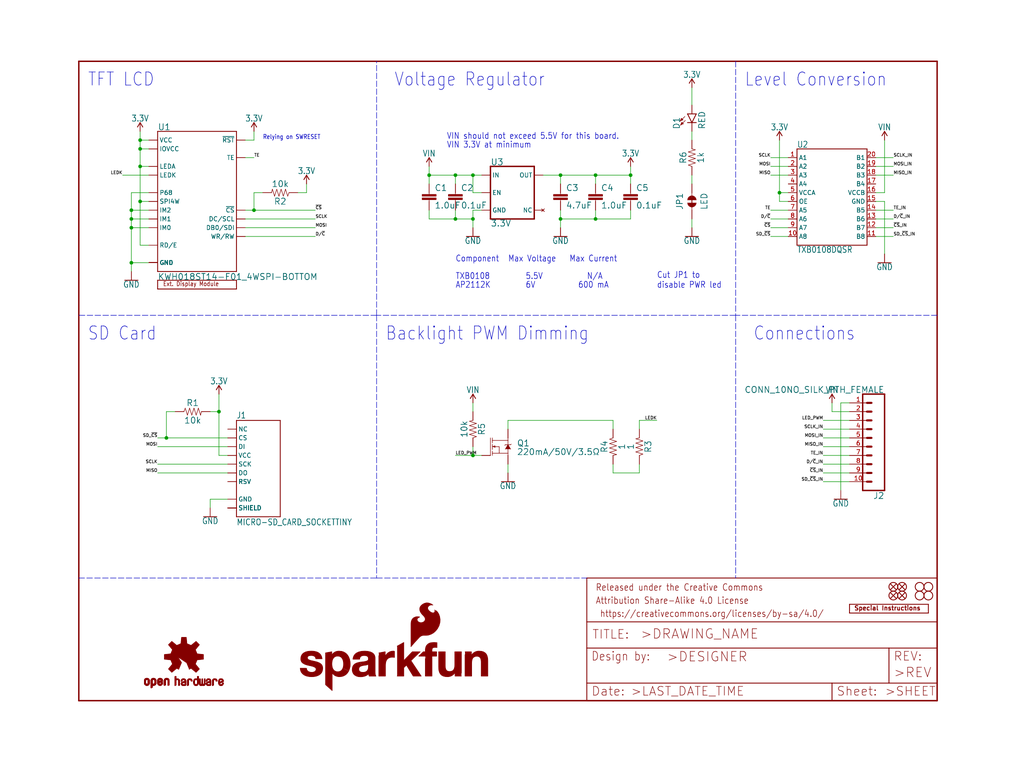
<source format=kicad_sch>
(kicad_sch (version 20211123) (generator eeschema)
  (paper "User" 297.002 223.926)
  (lib_symbols
    (symbol "schematicEagle-eagle-import:0.1UF-0603-100V-10%"
      (property "Reference" "C" (at 1.524 2.921 0))
      (property "Value" "0.1UF-0603-100V-10%" (at 1.524 -2.159 0))
      (symbol "0.1UF-0603-100V-10%_1_0"
        (pin passive line (at 0 5.08 270) (length 2.54) (name "1") (number "1"))
        (pin passive line (at 0 -2.54 90) (length 2.54) (name "2") (number "2"))
      )
    )
    (symbol "schematicEagle-eagle-import:1.0UF-0603-16V-10%"
      (property "Reference" "C" (at 1.524 2.921 0))
      (property "Value" "1.0UF-0603-16V-10%" (at 1.524 -2.159 0))
      (symbol "1.0UF-0603-16V-10%_1_0"
        (pin passive line (at 0 5.08 270) (length 2.54) (name "1") (number "1"))
        (pin passive line (at 0 -2.54 90) (length 2.54) (name "2") (number "2"))
      )
    )
    (symbol "schematicEagle-eagle-import:10KOHM-0603-1{slash}10W-1%"
      (property "Reference" "R" (at 0 1.524 0))
      (property "Value" "10KOHM-0603-1{slash}10W-1%" (at 0 -1.524 0))
      (symbol "10KOHM-0603-1{slash}10W-1%_1_0"
        (pin passive line (at -5.08 0 0) (length 2.54) (name "1") (number "1"))
        (pin passive line (at 5.08 0 180) (length 2.54) (name "2") (number "2"))
      )
    )
    (symbol "schematicEagle-eagle-import:1KOHM-0603-1{slash}10W-1%"
      (property "Reference" "R" (at 0 1.524 0))
      (property "Value" "1KOHM-0603-1{slash}10W-1%" (at 0 -1.524 0))
      (symbol "1KOHM-0603-1{slash}10W-1%_1_0"
        (pin passive line (at -5.08 0 0) (length 2.54) (name "1") (number "1"))
        (pin passive line (at 5.08 0 180) (length 2.54) (name "2") (number "2"))
      )
    )
    (symbol "schematicEagle-eagle-import:1OHM-0603-1{slash}10W-1%"
      (property "Reference" "R" (at 0 1.524 0))
      (property "Value" "1OHM-0603-1{slash}10W-1%" (at 0 -1.524 0))
      (symbol "1OHM-0603-1{slash}10W-1%_1_0"
        (pin passive line (at -5.08 0 0) (length 2.54) (name "1") (number "1"))
        (pin passive line (at 5.08 0 180) (length 2.54) (name "2") (number "2"))
      )
    )
    (symbol "schematicEagle-eagle-import:3.3V" (power)
      (property "Value" "3.3V" (at 0 2.794 0))
      (symbol "3.3V_1_0"
        (pin power_in line (at 0 0 90) (length 2.54) (name "3.3V") (number "1"))
      )
    )
    (symbol "schematicEagle-eagle-import:4.7UF-0603-6.3V-(10%)"
      (property "Reference" "C" (at 1.524 2.921 0))
      (property "Value" "4.7UF-0603-6.3V-(10%)" (at 1.524 -2.159 0))
      (symbol "4.7UF-0603-6.3V-(10%)_1_0"
        (pin passive line (at 0 5.08 270) (length 2.54) (name "1") (number "1"))
        (pin passive line (at 0 -2.54 90) (length 2.54) (name "2") (number "2"))
      )
    )
    (symbol "schematicEagle-eagle-import:CONN_10NO_SILK_PTH_FEMALE"
      (property "Reference" "J" (at 0 8.128 0))
      (property "Value" "CONN_10NO_SILK_PTH_FEMALE" (at 0 -22.606 0))
      (symbol "CONN_10NO_SILK_PTH_FEMALE_1_0"
        (pin passive line (at 10.16 -17.78 180) (length 5.08) (name "1") (number "1"))
        (pin passive line (at 10.16 5.08 180) (length 5.08) (name "10") (number "10"))
        (pin passive line (at 10.16 -15.24 180) (length 5.08) (name "2") (number "2"))
        (pin passive line (at 10.16 -12.7 180) (length 5.08) (name "3") (number "3"))
        (pin passive line (at 10.16 -10.16 180) (length 5.08) (name "4") (number "4"))
        (pin passive line (at 10.16 -7.62 180) (length 5.08) (name "5") (number "5"))
        (pin passive line (at 10.16 -5.08 180) (length 5.08) (name "6") (number "6"))
        (pin passive line (at 10.16 -2.54 180) (length 5.08) (name "7") (number "7"))
        (pin passive line (at 10.16 0 180) (length 5.08) (name "8") (number "8"))
        (pin passive line (at 10.16 2.54 180) (length 5.08) (name "9") (number "9"))
      )
    )
    (symbol "schematicEagle-eagle-import:EXTERNAL_DISP-KWH018ST14-F01"
      (symbol "EXTERNAL_DISP-KWH018ST14-F01_1_0"
        (text "Ext. Display Module" (at -13.716 0.762 0) (effects (font (size 1.27 1.0795)) (justify left bottom)))
      )
    )
    (symbol "schematicEagle-eagle-import:FIDUCIAL1X2")
    (symbol "schematicEagle-eagle-import:FRAME-LETTER"
      (symbol "FRAME-LETTER_2_0"
        (text " https://creativecommons.org/licenses/by-sa/4.0/" (at 2.54 24.13 0) (effects (font (size 1.9304 1.6408)) (justify left bottom)))
        (text ">DESIGNER" (at 23.114 11.176 0) (effects (font (size 2.7432 2.7432)) (justify left bottom)))
        (text ">DRAWING_NAME" (at 15.494 17.78 0) (effects (font (size 2.7432 2.7432)) (justify left bottom)))
        (text ">LAST_DATE_TIME" (at 12.7 1.27 0) (effects (font (size 2.54 2.54)) (justify left bottom)))
        (text ">REV" (at 88.9 6.604 0) (effects (font (size 2.7432 2.7432)) (justify left bottom)))
        (text ">SHEET" (at 86.36 1.27 0) (effects (font (size 2.54 2.54)) (justify left bottom)))
        (text "Attribution Share-Alike 4.0 License" (at 2.54 27.94 0) (effects (font (size 1.9304 1.6408)) (justify left bottom)))
        (text "Date:" (at 1.27 1.27 0) (effects (font (size 2.54 2.54)) (justify left bottom)))
        (text "Design by:" (at 1.27 11.43 0) (effects (font (size 2.54 2.159)) (justify left bottom)))
        (text "Released under the Creative Commons" (at 2.54 31.75 0) (effects (font (size 1.9304 1.6408)) (justify left bottom)))
        (text "REV:" (at 88.9 11.43 0) (effects (font (size 2.54 2.54)) (justify left bottom)))
        (text "Sheet:" (at 72.39 1.27 0) (effects (font (size 2.54 2.54)) (justify left bottom)))
        (text "TITLE:" (at 1.524 17.78 0) (effects (font (size 2.54 2.54)) (justify left bottom)))
      )
    )
    (symbol "schematicEagle-eagle-import:GND" (power)
      (property "Value" "GND" (at 0 -0.254 0))
      (symbol "GND_1_0"
        (pin power_in line (at 0 2.54 270) (length 2.54) (name "GND") (number "1"))
      )
    )
    (symbol "schematicEagle-eagle-import:JUMPER-SMT_2_NC_TRACE_SILK"
      (property "Reference" "JP" (at -2.54 2.54 0))
      (property "Value" "JUMPER-SMT_2_NC_TRACE_SILK" (at -2.54 -2.54 0))
      (symbol "JUMPER-SMT_2_NC_TRACE_SILK_1_0"
        (pin passive line (at -5.08 0 0) (length 2.54) (name "1") (number "1"))
        (pin passive line (at 5.08 0 180) (length 2.54) (name "2") (number "2"))
      )
    )
    (symbol "schematicEagle-eagle-import:KWH018ST14-F01_4WSPI-BOTTOM"
      (property "Reference" "U" (at -10.16 15.494 0))
      (property "Value" "KWH018ST14-F01_4WSPI-BOTTOM" (at -10.16 -27.94 0))
      (symbol "KWH018ST14-F01_4WSPI-BOTTOM_1_0"
        (pin bidirectional line (at -12.7 5.08 0) (length 2.54) (name "LEDA") (number "P$1"))
        (pin bidirectional line (at -12.7 -22.86 0) (length 2.54) (name "GND") (number "P$10"))
        (pin bidirectional line (at -12.7 -22.86 0) (length 2.54) (name "GND") (number "P$11"))
        (pin bidirectional line (at -12.7 -22.86 0) (length 2.54) (name "GND") (number "P$12"))
        (pin bidirectional line (at -12.7 -22.86 0) (length 2.54) (name "GND") (number "P$13"))
        (pin bidirectional line (at -12.7 -22.86 0) (length 2.54) (name "GND") (number "P$14"))
        (pin bidirectional line (at -12.7 -22.86 0) (length 2.54) (name "GND") (number "P$15"))
        (pin bidirectional line (at -12.7 -22.86 0) (length 2.54) (name "GND") (number "P$16"))
        (pin bidirectional line (at -12.7 -22.86 0) (length 2.54) (name "GND") (number "P$17"))
        (pin bidirectional line (at -12.7 -22.86 0) (length 2.54) (name "GND") (number "P$18"))
        (pin bidirectional line (at -12.7 -22.86 0) (length 2.54) (name "GND") (number "P$19"))
        (pin bidirectional line (at -12.7 2.54 0) (length 2.54) (name "LEDK") (number "P$2"))
        (pin bidirectional line (at -12.7 -22.86 0) (length 2.54) (name "GND") (number "P$20"))
        (pin bidirectional line (at -12.7 -22.86 0) (length 2.54) (name "GND") (number "P$21"))
        (pin bidirectional line (at -12.7 -22.86 0) (length 2.54) (name "GND") (number "P$22"))
        (pin bidirectional line (at -12.7 -22.86 0) (length 2.54) (name "GND") (number "P$23"))
        (pin bidirectional line (at -12.7 -22.86 0) (length 2.54) (name "GND") (number "P$24"))
        (pin bidirectional line (at 15.24 -12.7 180) (length 2.54) (name "DB0/SDI") (number "P$25"))
        (pin bidirectional line (at -12.7 -17.78 0) (length 2.54) (name "RD/E") (number "P$26"))
        (pin bidirectional line (at 15.24 -15.24 180) (length 2.54) (name "WR/RW") (number "P$27"))
        (pin bidirectional line (at 15.24 -10.16 180) (length 2.54) (name "DC/SCL") (number "P$28"))
        (pin bidirectional line (at 15.24 -7.62 180) (length 2.54) (name "~{CS}") (number "P$29"))
        (pin bidirectional line (at -12.7 -22.86 0) (length 2.54) (name "GND") (number "P$3"))
        (pin bidirectional line (at -12.7 -5.08 0) (length 2.54) (name "SPI4W") (number "P$30"))
        (pin bidirectional line (at -12.7 -2.54 0) (length 2.54) (name "P68") (number "P$31"))
        (pin bidirectional line (at -12.7 -7.62 0) (length 2.54) (name "IM2") (number "P$32"))
        (pin bidirectional line (at -12.7 -10.16 0) (length 2.54) (name "IM1") (number "P$33"))
        (pin bidirectional line (at -12.7 -12.7 0) (length 2.54) (name "IM0") (number "P$34"))
        (pin bidirectional line (at -12.7 -22.86 0) (length 2.54) (name "GND") (number "P$35"))
        (pin bidirectional line (at 15.24 12.7 180) (length 2.54) (name "~{RST}") (number "P$4"))
        (pin bidirectional line (at -12.7 -22.86 0) (length 2.54) (name "GND") (number "P$40"))
        (pin bidirectional line (at -12.7 12.7 0) (length 2.54) (name "VCC") (number "P$5"))
        (pin bidirectional line (at -12.7 10.16 0) (length 2.54) (name "IOVCC") (number "P$6"))
        (pin bidirectional line (at 15.24 7.62 180) (length 2.54) (name "TE") (number "P$7"))
        (pin bidirectional line (at -12.7 -22.86 0) (length 2.54) (name "GND") (number "P$8"))
        (pin bidirectional line (at -12.7 -22.86 0) (length 2.54) (name "GND") (number "P$9"))
      )
    )
    (symbol "schematicEagle-eagle-import:LED-RED0603"
      (property "Reference" "D" (at -3.429 -4.572 90))
      (property "Value" "LED-RED0603" (at 1.905 -4.572 90))
      (symbol "LED-RED0603_1_0"
        (pin passive line (at 0 2.54 270) (length 2.54) (name "A") (number "A"))
        (pin passive line (at 0 -5.08 90) (length 2.54) (name "C") (number "C"))
      )
    )
    (symbol "schematicEagle-eagle-import:MICRO-SD_CARD_SOCKETTINY"
      (property "Reference" "J" (at -5.08 15.748 0))
      (property "Value" "MICRO-SD_CARD_SOCKETTINY" (at -5.08 -15.24 0))
      (symbol "MICRO-SD_CARD_SOCKETTINY_1_0"
        (pin bidirectional line (at -7.62 -2.54 0) (length 2.54) (name "RSV") (number "1"))
        (pin bidirectional line (at -7.62 10.16 0) (length 2.54) (name "CS") (number "2"))
        (pin bidirectional line (at -7.62 7.62 0) (length 2.54) (name "DI") (number "3"))
        (pin bidirectional line (at -7.62 5.08 0) (length 2.54) (name "VCC") (number "4"))
        (pin bidirectional line (at -7.62 2.54 0) (length 2.54) (name "SCK") (number "5"))
        (pin bidirectional line (at -7.62 -7.62 0) (length 2.54) (name "GND") (number "6"))
        (pin bidirectional line (at -7.62 0 0) (length 2.54) (name "DO") (number "7"))
        (pin bidirectional line (at -7.62 -2.54 0) (length 2.54) (name "RSV") (number "8"))
        (pin bidirectional line (at -7.62 12.7 0) (length 2.54) (name "NC") (number "9"))
        (pin bidirectional line (at -7.62 -10.16 0) (length 2.54) (name "SHIELD") (number "GND1"))
        (pin bidirectional line (at -7.62 -10.16 0) (length 2.54) (name "SHIELD") (number "GND2"))
        (pin bidirectional line (at -7.62 -10.16 0) (length 2.54) (name "SHIELD") (number "GND3"))
        (pin bidirectional line (at -7.62 -10.16 0) (length 2.54) (name "SHIELD") (number "GND4"))
        (pin bidirectional line (at -7.62 -10.16 0) (length 2.54) (name "SHIELD") (number "GND5"))
        (pin bidirectional line (at -7.62 -10.16 0) (length 2.54) (name "SHIELD") (number "GND6"))
      )
    )
    (symbol "schematicEagle-eagle-import:MOSFET-NCH-BSS138"
      (property "Reference" "Q" (at 5.08 0 0))
      (property "Value" "MOSFET-NCH-BSS138" (at 5.08 -2.54 0))
      (symbol "MOSFET-NCH-BSS138_1_0"
        (pin bidirectional line (at -5.08 -2.54 0) (length 2.54) (name "G") (number "1"))
        (pin bidirectional line (at 2.54 -5.08 90) (length 2.54) (name "S") (number "2"))
        (pin bidirectional line (at 2.54 5.08 270) (length 2.54) (name "D") (number "3"))
      )
    )
    (symbol "schematicEagle-eagle-import:OSHW-LOGOS")
    (symbol "schematicEagle-eagle-import:SFE_LOGO_NAME_FLAME.3_INCH")
    (symbol "schematicEagle-eagle-import:SPECIAL_INSTRUCTIONS-PRODUCTION"
      (symbol "SPECIAL_INSTRUCTIONS-PRODUCTION_1_0"
        (text "Special Instructions" (at 1.27 0.6985 0) (effects (font (size 1.27 1.27) (thickness 0.254) bold) (justify left bottom)))
      )
    )
    (symbol "schematicEagle-eagle-import:STAND-OFF")
    (symbol "schematicEagle-eagle-import:TXB0108"
      (property "Reference" "U" (at -10.16 13.97 0))
      (property "Value" "TXB0108" (at -10.16 -16.51 0))
      (symbol "TXB0108_1_0"
        (pin bidirectional line (at -12.7 10.16 0) (length 2.54) (name "A1") (number "1"))
        (pin bidirectional line (at -12.7 -12.7 0) (length 2.54) (name "A8") (number "10"))
        (pin bidirectional line (at 12.7 -12.7 180) (length 2.54) (name "B8") (number "11"))
        (pin bidirectional line (at 12.7 -10.16 180) (length 2.54) (name "B7") (number "12"))
        (pin bidirectional line (at 12.7 -7.62 180) (length 2.54) (name "B6") (number "13"))
        (pin bidirectional line (at 12.7 -5.08 180) (length 2.54) (name "B5") (number "14"))
        (pin bidirectional line (at 12.7 -2.54 180) (length 2.54) (name "GND") (number "15"))
        (pin bidirectional line (at 12.7 0 180) (length 2.54) (name "VCCB") (number "16"))
        (pin bidirectional line (at 12.7 2.54 180) (length 2.54) (name "B4") (number "17"))
        (pin bidirectional line (at 12.7 5.08 180) (length 2.54) (name "B3") (number "18"))
        (pin bidirectional line (at 12.7 7.62 180) (length 2.54) (name "B2") (number "19"))
        (pin bidirectional line (at -12.7 7.62 0) (length 2.54) (name "A2") (number "2"))
        (pin bidirectional line (at 12.7 10.16 180) (length 2.54) (name "B1") (number "20"))
        (pin bidirectional line (at -12.7 5.08 0) (length 2.54) (name "A3") (number "3"))
        (pin bidirectional line (at -12.7 2.54 0) (length 2.54) (name "A4") (number "4"))
        (pin bidirectional line (at -12.7 0 0) (length 2.54) (name "VCCA") (number "5"))
        (pin bidirectional line (at -12.7 -2.54 0) (length 2.54) (name "OE") (number "6"))
        (pin bidirectional line (at -12.7 -5.08 0) (length 2.54) (name "A5") (number "7"))
        (pin bidirectional line (at -12.7 -7.62 0) (length 2.54) (name "A6") (number "8"))
        (pin bidirectional line (at -12.7 -10.16 0) (length 2.54) (name "A7") (number "9"))
      )
    )
    (symbol "schematicEagle-eagle-import:VIN" (power)
      (property "Value" "VIN" (at 0 2.794 0))
      (symbol "VIN_1_0"
        (pin power_in line (at 0 0 90) (length 2.54) (name "VIN") (number "1"))
      )
    )
    (symbol "schematicEagle-eagle-import:V_REG_AP2112K-3.3V"
      (property "Reference" "U" (at -7.62 7.874 0))
      (property "Value" "V_REG_AP2112K-3.3V" (at -7.62 -7.874 0))
      (symbol "V_REG_AP2112K-3.3V_1_0"
        (pin input line (at -10.16 5.08 0) (length 2.54) (name "IN") (number "1"))
        (pin input line (at -10.16 -5.08 0) (length 2.54) (name "GND") (number "2"))
        (pin input line (at -10.16 0 0) (length 2.54) (name "EN") (number "3"))
        (pin no_connect line (at 7.62 -5.08 180) (length 2.54) (name "NC") (number "4"))
        (pin passive line (at 7.62 5.08 180) (length 2.54) (name "OUT") (number "5"))
      )
    )
  )
  (junction (at 162.56 63.5))
  (junction (at 38.1 60.96))
  (junction (at 38.1 66.04))
  (junction (at 48.26 127))
  (junction (at 124.46 50.8))
  (junction (at 132.08 63.5))
  (junction (at 40.64 58.42))
  (junction (at 38.1 63.5))
  (junction (at 40.64 40.64))
  (junction (at 182.88 50.8))
  (junction (at 162.56 50.8))
  (junction (at 63.5 119.38))
  (junction (at 73.66 60.96))
  (junction (at 40.64 48.26))
  (junction (at 132.08 50.8))
  (junction (at 172.72 50.8))
  (junction (at 40.64 43.18))
  (junction (at 172.72 63.5))
  (junction (at 137.16 132.08))
  (junction (at 137.16 63.5))
  (junction (at 226.06 55.88))
  (junction (at 137.16 50.8))
  (junction (at 38.1 76.2))
  (wire (pts (xy 200.66 25.4) (xy 200.66 30.48)))
  (wire (pts (xy 43.18 66.04) (xy 38.1 66.04)))
  (polyline (pts (xy 109.22 91.44) (xy 109.22 17.78)))
  (wire (pts (xy 43.18 48.26) (xy 40.64 48.26)))
  (wire (pts (xy 73.66 45.72) (xy 71.12 45.72)))
  (wire (pts (xy 86.36 55.88) (xy 88.9 55.88)))
  (wire (pts (xy 132.08 50.8) (xy 132.08 53.34)))
  (wire (pts (xy 228.6 50.8) (xy 223.52 50.8)))
  (wire (pts (xy 38.1 66.04) (xy 38.1 76.2)))
  (wire (pts (xy 254 50.8) (xy 259.08 50.8)))
  (wire (pts (xy 38.1 55.88) (xy 38.1 60.96)))
  (wire (pts (xy 50.8 119.38) (xy 48.26 119.38)))
  (polyline (pts (xy 213.36 91.44) (xy 213.36 167.64)))
  (wire (pts (xy 91.44 63.5) (xy 71.12 63.5)))
  (wire (pts (xy 139.7 132.08) (xy 137.16 132.08)))
  (wire (pts (xy 91.44 66.04) (xy 71.12 66.04)))
  (wire (pts (xy 259.08 63.5) (xy 254 63.5)))
  (wire (pts (xy 243.84 116.84) (xy 243.84 142.24)))
  (wire (pts (xy 139.7 50.8) (xy 137.16 50.8)))
  (wire (pts (xy 124.46 53.34) (xy 124.46 50.8)))
  (wire (pts (xy 38.1 63.5) (xy 38.1 66.04)))
  (wire (pts (xy 76.2 55.88) (xy 73.66 55.88)))
  (polyline (pts (xy 109.22 91.44) (xy 22.86 91.44)))
  (wire (pts (xy 254 66.04) (xy 259.08 66.04)))
  (wire (pts (xy 228.6 45.72) (xy 223.52 45.72)))
  (wire (pts (xy 40.64 43.18) (xy 40.64 40.64)))
  (wire (pts (xy 238.76 134.62) (xy 246.38 134.62)))
  (wire (pts (xy 162.56 63.5) (xy 172.72 63.5)))
  (wire (pts (xy 91.44 60.96) (xy 73.66 60.96)))
  (wire (pts (xy 228.6 60.96) (xy 223.52 60.96)))
  (polyline (pts (xy 109.22 167.64) (xy 170.18 167.64)))
  (wire (pts (xy 182.88 48.26) (xy 182.88 50.8)))
  (wire (pts (xy 254 58.42) (xy 256.54 58.42)))
  (wire (pts (xy 177.8 124.46) (xy 177.8 121.92)))
  (wire (pts (xy 45.72 129.54) (xy 66.04 129.54)))
  (wire (pts (xy 177.8 121.92) (xy 147.32 121.92)))
  (wire (pts (xy 223.52 63.5) (xy 228.6 63.5)))
  (wire (pts (xy 182.88 63.5) (xy 182.88 60.96)))
  (wire (pts (xy 66.04 134.62) (xy 45.72 134.62)))
  (wire (pts (xy 124.46 50.8) (xy 124.46 48.26)))
  (wire (pts (xy 124.46 63.5) (xy 132.08 63.5)))
  (wire (pts (xy 228.6 48.26) (xy 223.52 48.26)))
  (wire (pts (xy 238.76 121.92) (xy 246.38 121.92)))
  (wire (pts (xy 256.54 55.88) (xy 256.54 40.64)))
  (wire (pts (xy 238.76 132.08) (xy 246.38 132.08)))
  (wire (pts (xy 162.56 63.5) (xy 162.56 66.04)))
  (wire (pts (xy 226.06 55.88) (xy 226.06 40.64)))
  (polyline (pts (xy 213.36 91.44) (xy 109.22 91.44)))
  (wire (pts (xy 238.76 127) (xy 246.38 127)))
  (wire (pts (xy 66.04 137.16) (xy 45.72 137.16)))
  (wire (pts (xy 40.64 58.42) (xy 43.18 58.42)))
  (wire (pts (xy 63.5 132.08) (xy 63.5 119.38)))
  (wire (pts (xy 43.18 40.64) (xy 40.64 40.64)))
  (wire (pts (xy 243.84 116.84) (xy 246.38 116.84)))
  (wire (pts (xy 43.18 71.12) (xy 40.64 71.12)))
  (wire (pts (xy 91.44 68.58) (xy 71.12 68.58)))
  (wire (pts (xy 73.66 60.96) (xy 71.12 60.96)))
  (wire (pts (xy 177.8 137.16) (xy 185.42 137.16)))
  (wire (pts (xy 157.48 50.8) (xy 162.56 50.8)))
  (wire (pts (xy 73.66 55.88) (xy 73.66 60.96)))
  (wire (pts (xy 60.96 119.38) (xy 63.5 119.38)))
  (wire (pts (xy 241.3 116.84) (xy 241.3 119.38)))
  (wire (pts (xy 88.9 55.88) (xy 88.9 53.34)))
  (wire (pts (xy 35.56 50.8) (xy 43.18 50.8)))
  (wire (pts (xy 38.1 76.2) (xy 38.1 78.74)))
  (wire (pts (xy 43.18 43.18) (xy 40.64 43.18)))
  (wire (pts (xy 228.6 68.58) (xy 223.52 68.58)))
  (wire (pts (xy 137.16 60.96) (xy 137.16 63.5)))
  (wire (pts (xy 256.54 58.42) (xy 256.54 73.66)))
  (wire (pts (xy 60.96 147.32) (xy 60.96 144.78)))
  (wire (pts (xy 137.16 119.38) (xy 137.16 116.84)))
  (wire (pts (xy 139.7 60.96) (xy 137.16 60.96)))
  (wire (pts (xy 185.42 121.92) (xy 190.5 121.92)))
  (wire (pts (xy 43.18 55.88) (xy 38.1 55.88)))
  (wire (pts (xy 60.96 144.78) (xy 66.04 144.78)))
  (wire (pts (xy 66.04 127) (xy 48.26 127)))
  (wire (pts (xy 124.46 60.96) (xy 124.46 63.5)))
  (wire (pts (xy 137.16 55.88) (xy 137.16 50.8)))
  (wire (pts (xy 40.64 48.26) (xy 40.64 43.18)))
  (wire (pts (xy 137.16 132.08) (xy 132.08 132.08)))
  (wire (pts (xy 137.16 129.54) (xy 137.16 132.08)))
  (wire (pts (xy 63.5 119.38) (xy 63.5 114.3)))
  (wire (pts (xy 200.66 53.34) (xy 200.66 50.8)))
  (wire (pts (xy 162.56 50.8) (xy 172.72 50.8)))
  (wire (pts (xy 223.52 66.04) (xy 228.6 66.04)))
  (wire (pts (xy 137.16 63.5) (xy 137.16 66.04)))
  (wire (pts (xy 132.08 60.96) (xy 132.08 63.5)))
  (wire (pts (xy 254 55.88) (xy 256.54 55.88)))
  (wire (pts (xy 185.42 124.46) (xy 185.42 121.92)))
  (wire (pts (xy 43.18 63.5) (xy 38.1 63.5)))
  (wire (pts (xy 200.66 38.1) (xy 200.66 40.64)))
  (wire (pts (xy 238.76 124.46) (xy 246.38 124.46)))
  (wire (pts (xy 40.64 40.64) (xy 40.64 38.1)))
  (wire (pts (xy 172.72 63.5) (xy 182.88 63.5)))
  (wire (pts (xy 162.56 53.34) (xy 162.56 50.8)))
  (wire (pts (xy 254 68.58) (xy 259.08 68.58)))
  (wire (pts (xy 228.6 55.88) (xy 226.06 55.88)))
  (wire (pts (xy 246.38 119.38) (xy 241.3 119.38)))
  (wire (pts (xy 246.38 139.7) (xy 238.76 139.7)))
  (wire (pts (xy 172.72 50.8) (xy 182.88 50.8)))
  (wire (pts (xy 139.7 55.88) (xy 137.16 55.88)))
  (wire (pts (xy 73.66 40.64) (xy 73.66 38.1)))
  (wire (pts (xy 182.88 50.8) (xy 182.88 53.34)))
  (polyline (pts (xy 22.86 167.64) (xy 109.22 167.64)))
  (wire (pts (xy 147.32 137.16) (xy 147.32 134.62)))
  (wire (pts (xy 132.08 50.8) (xy 137.16 50.8)))
  (wire (pts (xy 48.26 127) (xy 45.72 127)))
  (wire (pts (xy 185.42 134.62) (xy 185.42 137.16)))
  (wire (pts (xy 43.18 60.96) (xy 38.1 60.96)))
  (polyline (pts (xy 271.78 91.44) (xy 213.36 91.44)))
  (wire (pts (xy 48.26 119.38) (xy 48.26 127)))
  (wire (pts (xy 200.66 66.04) (xy 200.66 63.5)))
  (wire (pts (xy 124.46 50.8) (xy 132.08 50.8)))
  (wire (pts (xy 238.76 129.54) (xy 246.38 129.54)))
  (wire (pts (xy 254 48.26) (xy 259.08 48.26)))
  (wire (pts (xy 228.6 58.42) (xy 226.06 58.42)))
  (wire (pts (xy 254 60.96) (xy 259.08 60.96)))
  (wire (pts (xy 172.72 53.34) (xy 172.72 50.8)))
  (wire (pts (xy 43.18 76.2) (xy 38.1 76.2)))
  (wire (pts (xy 246.38 137.16) (xy 238.76 137.16)))
  (wire (pts (xy 66.04 132.08) (xy 63.5 132.08)))
  (wire (pts (xy 38.1 60.96) (xy 38.1 63.5)))
  (wire (pts (xy 172.72 63.5) (xy 172.72 60.96)))
  (wire (pts (xy 132.08 63.5) (xy 137.16 63.5)))
  (wire (pts (xy 71.12 40.64) (xy 73.66 40.64)))
  (wire (pts (xy 40.64 71.12) (xy 40.64 58.42)))
  (wire (pts (xy 40.64 58.42) (xy 40.64 48.26)))
  (wire (pts (xy 226.06 58.42) (xy 226.06 55.88)))
  (polyline (pts (xy 213.36 17.78) (xy 213.36 91.44)))
  (wire (pts (xy 162.56 60.96) (xy 162.56 63.5)))
  (wire (pts (xy 147.32 121.92) (xy 147.32 124.46)))
  (wire (pts (xy 254 45.72) (xy 259.08 45.72)))
  (wire (pts (xy 177.8 137.16) (xy 177.8 134.62)))
  (polyline (pts (xy 109.22 91.44) (xy 109.22 167.64)))
  (text "Max Current" (at 165.1 76.2 180) (effects (font (size 1.778 1.5113)) (justify left bottom)))
  (text "Component" (at 132.08 76.2 180) (effects (font (size 1.778 1.5113)) (justify left bottom)))
  (text "VIN 3.3V at minimum" (at 129.54 43.18 180) (effects (font (size 1.778 1.5113)) (justify left bottom)))
  (text "Cut JP1 to\ndisable PWR led" (at 190.5 83.82 180) (effects (font (size 1.778 1.5113)) (justify left bottom)))
  (text "Backlight PWM Dimming" (at 111.76 99.06 180) (effects (font (size 3.81 3.2385)) (justify left bottom)))
  (text "Connections" (at 218.44 99.06 180) (effects (font (size 3.81 3.2385)) (justify left bottom)))
  (text "Level Conversion" (at 215.9 25.4 180) (effects (font (size 3.81 3.2385)) (justify left bottom)))
  (text "TFT LCD" (at 25.4 25.4 180) (effects (font (size 3.81 3.2385)) (justify left bottom)))
  (text "6V" (at 152.4 83.82 180) (effects (font (size 1.778 1.5113)) (justify left bottom)))
  (text "5.5V" (at 152.4 81.28 180) (effects (font (size 1.778 1.5113)) (justify left bottom)))
  (text "Max Voltage" (at 147.32 76.2 180) (effects (font (size 1.778 1.5113)) (justify left bottom)))
  (text "Relying on SWRESET" (at 76.2 40.64 180) (effects (font (size 1.27 1.0795)) (justify left bottom)))
  (text "VIN should not exceed 5.5V for this board." (at 129.54 40.64 180) (effects (font (size 1.778 1.5113)) (justify left bottom)))
  (text "N/A" (at 170.18 81.28 180) (effects (font (size 1.778 1.5113)) (justify left bottom)))
  (text "AP2112K" (at 132.08 83.82 180) (effects (font (size 1.778 1.5113)) (justify left bottom)))
  (text "600 mA" (at 167.64 83.82 180) (effects (font (size 1.778 1.5113)) (justify left bottom)))
  (text "Voltage Regulator" (at 114.3 25.4 180) (effects (font (size 3.81 3.2385)) (justify left bottom)))
  (text "TXB0108" (at 132.08 81.28 180) (effects (font (size 1.778 1.5113)) (justify left bottom)))
  (text "SD Card" (at 25.4 99.06 180) (effects (font (size 3.81 3.2385)) (justify left bottom)))
  (label "LED_PWM" (at 238.76 121.92 180) (effects (font (size 0.889 0.889))))
  (label "TE" (at 223.52 60.96 180) (effects (font (size 0.889 0.889))))
  (label "MISO_IN" (at 238.76 129.54 180) (effects (font (size 0.889 0.889))))
  (label "MISO" (at 45.72 137.16 180) (effects (font (size 0.889 0.889))))
  (label "MISO" (at 223.52 50.8 180) (effects (font (size 0.889 0.889))))
  (label "LEDK" (at 190.5 121.92 180) (effects (font (size 0.889 0.889))))
  (label "SCLK_IN" (at 238.76 124.46 180) (effects (font (size 0.889 0.889))))
  (label "SCLK" (at 45.72 134.62 180) (effects (font (size 0.889 0.889))))
  (label "MOSI_IN" (at 259.08 48.26 0) (effects (font (size 0.889 0.889))))
  (label "SCLK" (at 91.44 63.5 0) (effects (font (size 0.889 0.889))))
  (label "SCLK" (at 223.52 45.72 180) (effects (font (size 0.889 0.889))))
  (label "~{CS}_IN" (at 259.08 66.04 0) (effects (font (size 0.889 0.889))))
  (label "SD_~{CS}" (at 223.52 68.58 180) (effects (font (size 0.889 0.889))))
  (label "D/~{C}" (at 91.44 68.58 0) (effects (font (size 0.889 0.889))))
  (label "TE" (at 73.66 45.72 0) (effects (font (size 0.889 0.889))))
  (label "LEDK" (at 35.56 50.8 180) (effects (font (size 0.889 0.889))))
  (label "MOSI" (at 45.72 129.54 180) (effects (font (size 0.889 0.889))))
  (label "SD_~{CS}_IN" (at 259.08 68.58 0) (effects (font (size 0.889 0.889))))
  (label "D/~{C}_IN" (at 259.08 63.5 0) (effects (font (size 0.889 0.889))))
  (label "MISO_IN" (at 259.08 50.8 0) (effects (font (size 0.889 0.889))))
  (label "MOSI" (at 91.44 66.04 0) (effects (font (size 0.889 0.889))))
  (label "~{CS}_IN" (at 238.76 137.16 180) (effects (font (size 0.889 0.889))))
  (label "SCLK_IN" (at 259.08 45.72 0) (effects (font (size 0.889 0.889))))
  (label "D/~{C}_IN" (at 238.76 134.62 180) (effects (font (size 0.889 0.889))))
  (label "~{CS}" (at 91.44 60.96 0) (effects (font (size 0.889 0.889))))
  (label "MOSI" (at 223.52 48.26 180) (effects (font (size 0.889 0.889))))
  (label "LED_PWM" (at 132.08 132.08 0) (effects (font (size 0.889 0.889))))
  (label "D/~{C}" (at 223.52 63.5 180) (effects (font (size 0.889 0.889))))
  (label "SD_~{CS}_IN" (at 238.76 139.7 180) (effects (font (size 0.889 0.889))))
  (label "TE_IN" (at 259.08 60.96 0) (effects (font (size 0.889 0.889))))
  (label "TE_IN" (at 238.76 132.08 180) (effects (font (size 0.889 0.889))))
  (label "SD_~{CS}" (at 45.72 127 180) (effects (font (size 0.889 0.889))))
  (label "MOSI_IN" (at 238.76 127 180) (effects (font (size 0.889 0.889))))
  (label "~{CS}" (at 223.52 66.04 180) (effects (font (size 0.889 0.889))))
  (symbol (lib_id "schematicEagle-eagle-import:STAND-OFF") (at 269.24 172.72 0) (unit 1)
    (property "Reference" "H4" (effects hide))
    (property "Value" "STAND-OFF" (effects hide))
    (property "Footprint" "schematicEagle:STAND-OFF" (effects hide))
  )
  (symbol (lib_id "schematicEagle-eagle-import:3.3V") (at 88.9 53.34 0) (unit 1)
    (property "Reference" "#SUPPLY4" (effects hide))
    (property "Value" "3.3V" (at 88.9 50.546 0) (effects (font (size 1.778 1.5113)) (justify bottom)))
    (property "Footprint" "schematicEagle:" (effects hide))
  )
  (symbol (lib_id "schematicEagle-eagle-import:3.3V") (at 226.06 40.64 0) (unit 1)
    (property "Reference" "#SUPPLY10" (effects hide))
    (property "Value" "3.3V" (at 226.06 37.846 0) (effects (font (size 1.778 1.5113)) (justify bottom)))
    (property "Footprint" "schematicEagle:" (effects hide))
  )
  (symbol (lib_id "schematicEagle-eagle-import:3.3V") (at 200.66 25.4 0) (unit 1)
    (property "Reference" "#SUPPLY5" (effects hide))
    (property "Value" "3.3V" (at 200.66 22.606 0) (effects (font (size 1.778 1.5113)) (justify bottom)))
    (property "Footprint" "schematicEagle:" (effects hide))
  )
  (symbol (lib_id "schematicEagle-eagle-import:10KOHM-0603-1{slash}10W-1%") (at 137.16 124.46 270) (mirror x) (unit 1)
    (property "Reference" "R5" (at 138.684 124.46 0) (effects (font (size 1.778 1.778)) (justify bottom)))
    (property "Value" "10k" (at 135.636 124.46 0) (effects (font (size 1.778 1.778)) (justify top)))
    (property "Footprint" "schematicEagle:0603" (effects hide))
  )
  (symbol (lib_id "schematicEagle-eagle-import:3.3V") (at 73.66 38.1 0) (unit 1)
    (property "Reference" "#SUPPLY3" (effects hide))
    (property "Value" "3.3V" (at 73.66 35.306 0) (effects (font (size 1.778 1.5113)) (justify bottom)))
    (property "Footprint" "schematicEagle:" (effects hide))
  )
  (symbol (lib_id "schematicEagle-eagle-import:FRAME-LETTER") (at 22.86 203.2 0) (unit 1)
    (property "Reference" "FRAME1" (effects hide))
    (property "Value" "FRAME-LETTER" (effects hide))
    (property "Footprint" "schematicEagle:CREATIVE_COMMONS" (effects hide))
    (property "Value" "FRAME-LETTER" (effects hide))
    (property "Value" "FRAME-LETTER" (effects hide))
  )
  (symbol (lib_id "schematicEagle-eagle-import:GND") (at 38.1 81.28 0) (unit 1)
    (property "Reference" "#GND1" (effects hide))
    (property "Value" "GND" (at 38.1 81.534 0) (effects (font (size 1.778 1.5113)) (justify top)))
    (property "Footprint" "schematicEagle:" (effects hide))
  )
  (symbol (lib_id "schematicEagle-eagle-import:FIDUCIAL1X2") (at 261.62 170.18 0) (unit 1)
    (property "Reference" "FD3" (effects hide))
    (property "Value" "FIDUCIAL1X2" (effects hide))
    (property "Footprint" "schematicEagle:FIDUCIAL-1X2" (effects hide))
  )
  (symbol (lib_id "schematicEagle-eagle-import:MOSFET-NCH-BSS138") (at 144.78 129.54 0) (unit 1)
    (property "Reference" "Q1" (at 149.86 129.54 0) (effects (font (size 1.778 1.778)) (justify left bottom)))
    (property "Value" "220mA/50V/3.5Ω" (at 149.86 132.08 0) (effects (font (size 1.778 1.778)) (justify left bottom)))
    (property "Footprint" "schematicEagle:SOT23-3" (effects hide))
  )
  (symbol (lib_id "schematicEagle-eagle-import:EXTERNAL_DISP-KWH018ST14-F01") (at 60.96 83.82 0) (unit 1)
    (property "Reference" "U$33" (effects hide))
    (property "Value" "EXTERNAL_DISP-KWH018ST14-F01" (effects hide))
    (property "Footprint" "schematicEagle:KWH018ST14-F01_HOLES" (effects hide))
  )
  (symbol (lib_id "schematicEagle-eagle-import:1.0UF-0603-16V-10%") (at 124.46 58.42 0) (unit 1)
    (property "Reference" "C1" (at 125.984 55.499 0) (effects (font (size 1.778 1.778)) (justify left bottom)))
    (property "Value" "1.0uF" (at 125.984 60.579 0) (effects (font (size 1.778 1.778)) (justify left bottom)))
    (property "Footprint" "schematicEagle:0603" (effects hide))
  )
  (symbol (lib_id "schematicEagle-eagle-import:1OHM-0603-1{slash}10W-1%") (at 177.8 129.54 90) (mirror x) (unit 1)
    (property "Reference" "R4" (at 176.276 129.54 0) (effects (font (size 1.778 1.778)) (justify bottom)))
    (property "Value" "1" (at 179.324 129.54 0) (effects (font (size 1.778 1.778)) (justify top)))
    (property "Footprint" "schematicEagle:0603" (effects hide))
  )
  (symbol (lib_id "schematicEagle-eagle-import:FIDUCIAL1X2") (at 259.08 172.72 0) (unit 1)
    (property "Reference" "FD2" (effects hide))
    (property "Value" "FIDUCIAL1X2" (effects hide))
    (property "Footprint" "schematicEagle:FIDUCIAL-1X2" (effects hide))
  )
  (symbol (lib_id "schematicEagle-eagle-import:FRAME-LETTER") (at 170.18 203.2 0) (unit 2)
    (property "Reference" "FRAME1" (effects hide))
    (property "Value" "FRAME-LETTER" (effects hide))
    (property "Footprint" "schematicEagle:CREATIVE_COMMONS" (effects hide))
    (property "Value" "FRAME-LETTER" (effects hide))
    (property "Value" "FRAME-LETTER" (effects hide))
  )
  (symbol (lib_id "schematicEagle-eagle-import:1.0UF-0603-16V-10%") (at 172.72 58.42 0) (unit 1)
    (property "Reference" "C4" (at 174.244 55.499 0) (effects (font (size 1.778 1.778)) (justify left bottom)))
    (property "Value" "1.0uF" (at 174.244 60.579 0) (effects (font (size 1.778 1.778)) (justify left bottom)))
    (property "Footprint" "schematicEagle:0603" (effects hide))
  )
  (symbol (lib_id "schematicEagle-eagle-import:SFE_LOGO_NAME_FLAME.3_INCH") (at 86.36 200.66 0) (unit 1)
    (property "Reference" "LOGO1" (effects hide))
    (property "Value" "SFE_LOGO_NAME_FLAME.3_INCH" (effects hide))
    (property "Footprint" "schematicEagle:SFE_LOGO_NAME_FLAME_.3" (effects hide))
  )
  (symbol (lib_id "schematicEagle-eagle-import:FIDUCIAL1X2") (at 261.62 172.72 0) (unit 1)
    (property "Reference" "FD4" (effects hide))
    (property "Value" "FIDUCIAL1X2" (effects hide))
    (property "Footprint" "schematicEagle:FIDUCIAL-1X2" (effects hide))
  )
  (symbol (lib_id "schematicEagle-eagle-import:1KOHM-0603-1{slash}10W-1%") (at 200.66 45.72 90) (unit 1)
    (property "Reference" "R6" (at 199.136 45.72 0) (effects (font (size 1.778 1.778)) (justify bottom)))
    (property "Value" "1k" (at 202.184 45.72 0) (effects (font (size 1.778 1.778)) (justify top)))
    (property "Footprint" "schematicEagle:0603" (effects hide))
  )
  (symbol (lib_id "schematicEagle-eagle-import:OSHW-LOGOS") (at 53.34 190.5 0) (unit 1)
    (property "Reference" "LOGO3" (effects hide))
    (property "Value" "OSHW-LOGOS" (effects hide))
    (property "Footprint" "schematicEagle:OSHW-LOGO-S" (effects hide))
  )
  (symbol (lib_id "schematicEagle-eagle-import:GND") (at 200.66 68.58 0) (unit 1)
    (property "Reference" "#GND4" (effects hide))
    (property "Value" "GND" (at 200.66 68.834 0) (effects (font (size 1.778 1.5113)) (justify top)))
    (property "Footprint" "schematicEagle:" (effects hide))
  )
  (symbol (lib_id "schematicEagle-eagle-import:KWH018ST14-F01_4WSPI-BOTTOM") (at 55.88 53.34 0) (unit 1)
    (property "Reference" "U1" (at 45.72 37.846 0) (effects (font (size 1.778 1.778)) (justify left bottom)))
    (property "Value" "KWH018ST14-F01_4WSPI-BOTTOM" (at 45.72 81.28 0) (effects (font (size 1.778 1.778)) (justify left bottom)))
    (property "Footprint" "schematicEagle:FPC05040-17204" (effects hide))
  )
  (symbol (lib_id "schematicEagle-eagle-import:GND") (at 147.32 139.7 0) (mirror y) (unit 1)
    (property "Reference" "#GND13" (effects hide))
    (property "Value" "GND" (at 147.32 139.954 0) (effects (font (size 1.778 1.5113)) (justify top)))
    (property "Footprint" "schematicEagle:" (effects hide))
  )
  (symbol (lib_id "schematicEagle-eagle-import:1OHM-0603-1{slash}10W-1%") (at 185.42 129.54 270) (mirror x) (unit 1)
    (property "Reference" "R3" (at 186.944 129.54 0) (effects (font (size 1.778 1.778)) (justify bottom)))
    (property "Value" "1" (at 183.896 129.54 0) (effects (font (size 1.778 1.778)) (justify top)))
    (property "Footprint" "schematicEagle:0603" (effects hide))
  )
  (symbol (lib_id "schematicEagle-eagle-import:TXB0108") (at 241.3 55.88 0) (unit 1)
    (property "Reference" "U2" (at 231.14 41.91 0) (effects (font (size 1.778 1.5113)) (justify left)))
    (property "Value" "TXB0108DQSR" (at 231.14 72.39 0) (effects (font (size 1.778 1.5113)) (justify left)))
    (property "Footprint" "schematicEagle:UFDFN-20" (effects hide))
  )
  (symbol (lib_id "schematicEagle-eagle-import:GND") (at 137.16 68.58 0) (unit 1)
    (property "Reference" "#GND10" (effects hide))
    (property "Value" "GND" (at 137.16 68.834 0) (effects (font (size 1.778 1.5113)) (justify top)))
    (property "Footprint" "schematicEagle:" (effects hide))
  )
  (symbol (lib_id "schematicEagle-eagle-import:STAND-OFF") (at 269.24 170.18 0) (unit 1)
    (property "Reference" "H3" (effects hide))
    (property "Value" "STAND-OFF" (effects hide))
    (property "Footprint" "schematicEagle:STAND-OFF" (effects hide))
  )
  (symbol (lib_id "schematicEagle-eagle-import:3.3V") (at 182.88 48.26 0) (unit 1)
    (property "Reference" "#SUPPLY9" (effects hide))
    (property "Value" "3.3V" (at 182.88 45.466 0) (effects (font (size 1.778 1.5113)) (justify bottom)))
    (property "Footprint" "schematicEagle:" (effects hide))
  )
  (symbol (lib_id "schematicEagle-eagle-import:STAND-OFF") (at 266.7 170.18 0) (unit 1)
    (property "Reference" "H1" (effects hide))
    (property "Value" "STAND-OFF" (effects hide))
    (property "Footprint" "schematicEagle:STAND-OFF" (effects hide))
  )
  (symbol (lib_id "schematicEagle-eagle-import:0.1UF-0603-100V-10%") (at 132.08 58.42 0) (unit 1)
    (property "Reference" "C2" (at 133.604 55.499 0) (effects (font (size 1.778 1.778)) (justify left bottom)))
    (property "Value" "0.1uF" (at 133.604 60.579 0) (effects (font (size 1.778 1.778)) (justify left bottom)))
    (property "Footprint" "schematicEagle:0603" (effects hide))
  )
  (symbol (lib_id "schematicEagle-eagle-import:3.3V") (at 40.64 38.1 0) (unit 1)
    (property "Reference" "#SUPPLY1" (effects hide))
    (property "Value" "3.3V" (at 40.64 35.306 0) (effects (font (size 1.778 1.5113)) (justify bottom)))
    (property "Footprint" "schematicEagle:" (effects hide))
  )
  (symbol (lib_id "schematicEagle-eagle-import:4.7UF-0603-6.3V-(10%)") (at 162.56 58.42 0) (unit 1)
    (property "Reference" "C3" (at 164.084 55.499 0) (effects (font (size 1.778 1.778)) (justify left bottom)))
    (property "Value" "4.7uF" (at 164.084 60.579 0) (effects (font (size 1.778 1.778)) (justify left bottom)))
    (property "Footprint" "schematicEagle:0603" (effects hide))
  )
  (symbol (lib_id "schematicEagle-eagle-import:VIN") (at 137.16 116.84 0) (mirror y) (unit 1)
    (property "Reference" "#SUPPLY6" (effects hide))
    (property "Value" "VIN" (at 137.16 114.046 0) (effects (font (size 1.778 1.5113)) (justify bottom)))
    (property "Footprint" "schematicEagle:" (effects hide))
  )
  (symbol (lib_id "schematicEagle-eagle-import:GND") (at 162.56 68.58 0) (unit 1)
    (property "Reference" "#GND11" (effects hide))
    (property "Value" "GND" (at 162.56 68.834 0) (effects (font (size 1.778 1.5113)) (justify top)))
    (property "Footprint" "schematicEagle:" (effects hide))
  )
  (symbol (lib_id "schematicEagle-eagle-import:CONN_10NO_SILK_PTH_FEMALE") (at 256.54 134.62 180) (unit 1)
    (property "Reference" "J2" (at 256.54 142.748 0) (effects (font (size 1.778 1.778)) (justify left bottom)))
    (property "Value" "CONN_10NO_SILK_PTH_FEMALE" (at 256.54 112.014 0) (effects (font (size 1.778 1.778)) (justify left bottom)))
    (property "Footprint" "schematicEagle:1X10_NO_SILK" (effects hide))
  )
  (symbol (lib_id "schematicEagle-eagle-import:FIDUCIAL1X2") (at 259.08 170.18 0) (unit 1)
    (property "Reference" "FD1" (effects hide))
    (property "Value" "FIDUCIAL1X2" (effects hide))
    (property "Footprint" "schematicEagle:FIDUCIAL-1X2" (effects hide))
  )
  (symbol (lib_id "schematicEagle-eagle-import:3.3V") (at 63.5 114.3 0) (unit 1)
    (property "Reference" "#SUPPLY2" (effects hide))
    (property "Value" "3.3V" (at 63.5 111.506 0) (effects (font (size 1.778 1.5113)) (justify bottom)))
    (property "Footprint" "schematicEagle:" (effects hide))
  )
  (symbol (lib_id "schematicEagle-eagle-import:10KOHM-0603-1{slash}10W-1%") (at 55.88 119.38 0) (unit 1)
    (property "Reference" "R1" (at 55.88 117.856 0) (effects (font (size 1.778 1.778)) (justify bottom)))
    (property "Value" "10k" (at 55.88 120.904 0) (effects (font (size 1.778 1.778)) (justify top)))
    (property "Footprint" "schematicEagle:0603" (effects hide))
  )
  (symbol (lib_id "schematicEagle-eagle-import:GND") (at 256.54 76.2 0) (unit 1)
    (property "Reference" "#GND9" (effects hide))
    (property "Value" "GND" (at 256.54 76.454 0) (effects (font (size 1.778 1.5113)) (justify top)))
    (property "Footprint" "schematicEagle:" (effects hide))
  )
  (symbol (lib_id "schematicEagle-eagle-import:LED-RED0603") (at 200.66 33.02 0) (unit 1)
    (property "Reference" "D1" (at 197.231 37.592 90) (effects (font (size 1.778 1.778)) (justify left bottom)))
    (property "Value" "RED" (at 202.565 37.592 90) (effects (font (size 1.778 1.778)) (justify left top)))
    (property "Footprint" "schematicEagle:LED-0603" (effects hide))
  )
  (symbol (lib_id "schematicEagle-eagle-import:GND") (at 60.96 149.86 0) (unit 1)
    (property "Reference" "#GND2" (effects hide))
    (property "Value" "GND" (at 60.96 150.114 0) (effects (font (size 1.778 1.5113)) (justify top)))
    (property "Footprint" "schematicEagle:" (effects hide))
  )
  (symbol (lib_id "schematicEagle-eagle-import:10KOHM-0603-1{slash}10W-1%") (at 81.28 55.88 180) (unit 1)
    (property "Reference" "R2" (at 81.28 57.404 0) (effects (font (size 1.778 1.778)) (justify bottom)))
    (property "Value" "10k" (at 81.28 54.356 0) (effects (font (size 1.778 1.778)) (justify top)))
    (property "Footprint" "schematicEagle:0603" (effects hide))
  )
  (symbol (lib_id "schematicEagle-eagle-import:GND") (at 243.84 144.78 0) (unit 1)
    (property "Reference" "#GND3" (effects hide))
    (property "Value" "GND" (at 243.84 145.034 0) (effects (font (size 1.778 1.5113)) (justify top)))
    (property "Footprint" "schematicEagle:" (effects hide))
  )
  (symbol (lib_id "schematicEagle-eagle-import:V_REG_AP2112K-3.3V") (at 149.86 55.88 0) (unit 1)
    (property "Reference" "U3" (at 142.24 48.006 0) (effects (font (size 1.778 1.778)) (justify left bottom)))
    (property "Value" "3.3V" (at 142.24 63.754 0) (effects (font (size 1.778 1.778)) (justify left top)))
    (property "Footprint" "schematicEagle:SOT23-5" (effects hide))
  )
  (symbol (lib_id "schematicEagle-eagle-import:0.1UF-0603-100V-10%") (at 182.88 58.42 0) (unit 1)
    (property "Reference" "C5" (at 184.404 55.499 0) (effects (font (size 1.778 1.778)) (justify left bottom)))
    (property "Value" "0.1uF" (at 184.404 60.579 0) (effects (font (size 1.778 1.778)) (justify left bottom)))
    (property "Footprint" "schematicEagle:0603" (effects hide))
  )
  (symbol (lib_id "schematicEagle-eagle-import:VIN") (at 256.54 40.64 0) (unit 1)
    (property "Reference" "#SUPPLY7" (effects hide))
    (property "Value" "VIN" (at 256.54 37.846 0) (effects (font (size 1.778 1.5113)) (justify bottom)))
    (property "Footprint" "schematicEagle:" (effects hide))
  )
  (symbol (lib_id "schematicEagle-eagle-import:STAND-OFF") (at 266.7 172.72 0) (unit 1)
    (property "Reference" "H2" (effects hide))
    (property "Value" "STAND-OFF" (effects hide))
    (property "Footprint" "schematicEagle:STAND-OFF" (effects hide))
  )
  (symbol (lib_id "schematicEagle-eagle-import:MICRO-SD_CARD_SOCKETTINY") (at 73.66 137.16 0) (unit 1)
    (property "Reference" "J1" (at 68.58 121.412 0) (effects (font (size 1.778 1.5113)) (justify left bottom)))
    (property "Value" "MICRO-SD_CARD_SOCKETTINY" (at 68.58 152.4 0) (effects (font (size 1.778 1.5113)) (justify left bottom)))
    (property "Footprint" "schematicEagle:MICROSD_TINY" (effects hide))
  )
  (symbol (lib_id "schematicEagle-eagle-import:VIN") (at 124.46 48.26 0) (unit 1)
    (property "Reference" "#SUPPLY8" (effects hide))
    (property "Value" "VIN" (at 124.46 45.466 0) (effects (font (size 1.778 1.5113)) (justify bottom)))
    (property "Footprint" "schematicEagle:" (effects hide))
  )
  (symbol (lib_id "schematicEagle-eagle-import:JUMPER-SMT_2_NC_TRACE_SILK") (at 200.66 58.42 90) (unit 1)
    (property "Reference" "JP1" (at 198.12 60.96 0) (effects (font (size 1.778 1.778)) (justify left bottom)))
    (property "Value" "LED" (at 203.2 60.96 0) (effects (font (size 1.778 1.778)) (justify left top)))
    (property "Footprint" "schematicEagle:SMT-JUMPER_2_NC_TRACE_SILK" (effects hide))
  )
  (symbol (lib_id "schematicEagle-eagle-import:SPECIAL_INSTRUCTIONS-PRODUCTION") (at 246.38 177.8 0) (unit 1)
    (property "Reference" "LOGO2" (effects hide))
    (property "Value" "SPECIAL_INSTRUCTIONS-PRODUCTION" (effects hide))
    (property "Footprint" "schematicEagle:PRODUCTION_INSTRUCTIONS" (effects hide))
  )
  (symbol (lib_id "schematicEagle-eagle-import:VIN") (at 241.3 116.84 0) (unit 1)
    (property "Reference" "#SUPPLY11" (effects hide))
    (property "Value" "VIN" (at 241.3 114.046 0) (effects (font (size 1.778 1.5113)) (justify bottom)))
    (property "Footprint" "schematicEagle:" (effects hide))
  )
)
</source>
